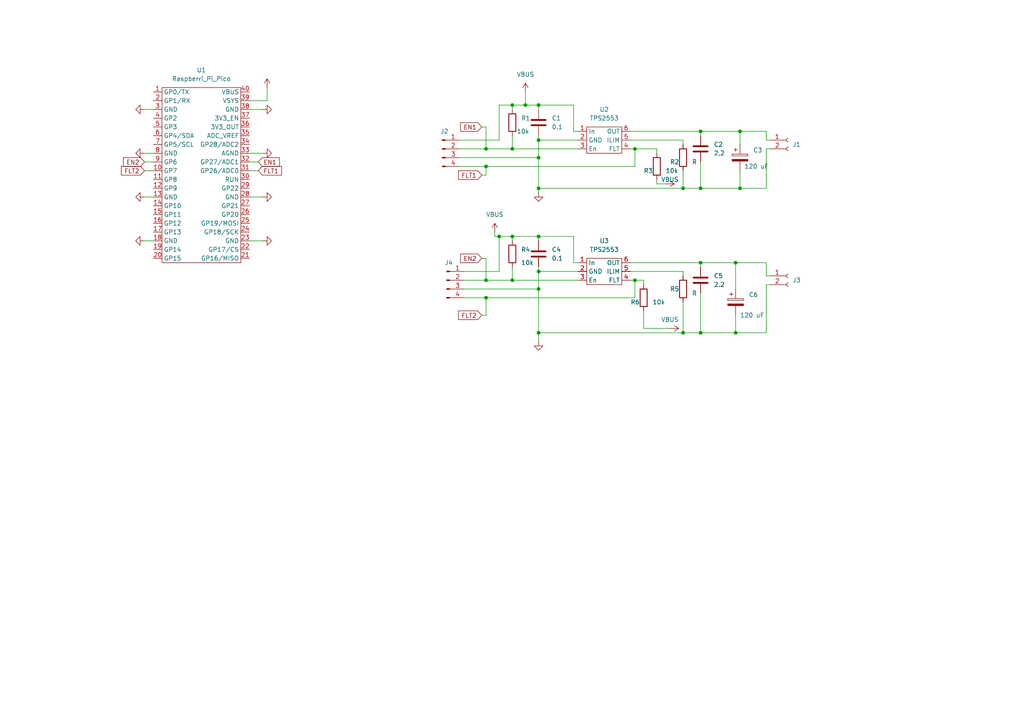
<source format=kicad_sch>
(kicad_sch (version 20211123) (generator eeschema)
  (paper "A4")
  (lib_symbols
    (symbol "Connector:Conn_01x02_Female" (pin_names (offset 1.016) hide)
      (property "Reference" "J" (at 0 2.54 0))
      (property "Value" "Conn_01x02_Female" (at 0 -5.08 0))
      (symbol "Conn_01x02_Female_1_1"
        (arc (start 0 -2.032) (mid -0.508 -2.54) (end 0 -3.048) (stroke (width 0.1524)))
        (polyline (pts (xy -1.27 -2.54) (xy -0.508 -2.54)) (stroke (width 0.1524)))
        (polyline (pts (xy -1.27 0) (xy -0.508 0)) (stroke (width 0.1524)))
        (arc (start 0 0.508) (mid -0.508 0) (end 0 -0.508) (stroke (width 0.1524)))
        (pin passive line (at -5.08 0 0) (length 3.81) (name "Pin_1") (number "1"))
        (pin passive line (at -5.08 -2.54 0) (length 3.81) (name "Pin_2") (number "2"))
      )
    )
    (symbol "Connector:Conn_01x04_Male" (pin_names (offset 1.016) hide)
      (property "Reference" "J" (at 0 5.08 0))
      (property "Value" "Conn_01x04_Male" (at 0 -7.62 0))
      (symbol "Conn_01x04_Male_1_1"
        (polyline (pts (xy 1.27 -5.08) (xy 0.8636 -5.08)) (stroke (width 0.1524)))
        (polyline (pts (xy 1.27 -2.54) (xy 0.8636 -2.54)) (stroke (width 0.1524)))
        (polyline (pts (xy 1.27 0) (xy 0.8636 0)) (stroke (width 0.1524)))
        (polyline (pts (xy 1.27 2.54) (xy 0.8636 2.54)) (stroke (width 0.1524)))
        (rectangle (start 0.8636 -4.953) (end 0 -5.207) (stroke (width 0.1524)) (fill (type outline)))
        (rectangle (start 0.8636 -2.413) (end 0 -2.667) (stroke (width 0.1524)) (fill (type outline)))
        (rectangle (start 0.8636 0.127) (end 0 -0.127) (stroke (width 0.1524)) (fill (type outline)))
        (rectangle (start 0.8636 2.667) (end 0 2.413) (stroke (width 0.1524)) (fill (type outline)))
        (pin passive line (at 5.08 2.54 180) (length 3.81) (name "Pin_1") (number "1"))
        (pin passive line (at 5.08 0 180) (length 3.81) (name "Pin_2") (number "2"))
        (pin passive line (at 5.08 -2.54 180) (length 3.81) (name "Pin_3") (number "3"))
        (pin passive line (at 5.08 -5.08 180) (length 3.81) (name "Pin_4") (number "4"))
      )
    )
    (symbol "Device:C" (pin_numbers hide) (pin_names (offset 0.254))
      (property "Reference" "C" (at 0.635 2.54 0))
      (property "Value" "C" (at 0.635 -2.54 0))
      (symbol "C_0_1"
        (polyline (pts (xy -2.032 -0.762) (xy 2.032 -0.762)) (stroke (width 0.508)))
        (polyline (pts (xy -2.032 0.762) (xy 2.032 0.762)) (stroke (width 0.508)))
      )
      (symbol "C_1_1"
        (pin passive line (at 0 3.81 270) (length 2.794) (name "~") (number "1"))
        (pin passive line (at 0 -3.81 90) (length 2.794) (name "~") (number "2"))
      )
    )
    (symbol "Device:C_Polarized" (pin_numbers hide) (pin_names (offset 0.254))
      (property "Reference" "C" (at 0.635 2.54 0))
      (property "Value" "C_Polarized" (at 0.635 -2.54 0))
      (symbol "C_Polarized_0_1"
        (rectangle (start -2.286 0.508) (end 2.286 1.016))
        (polyline (pts (xy -1.778 2.286) (xy -0.762 2.286)))
        (polyline (pts (xy -1.27 2.794) (xy -1.27 1.778)))
        (rectangle (start 2.286 -0.508) (end -2.286 -1.016) (fill (type outline)))
      )
      (symbol "C_Polarized_1_1"
        (pin passive line (at 0 3.81 270) (length 2.794) (name "~") (number "1"))
        (pin passive line (at 0 -3.81 90) (length 2.794) (name "~") (number "2"))
      )
    )
    (symbol "Device:R" (pin_numbers hide) (pin_names (offset 0))
      (property "Reference" "R" (at 2.032 0 90))
      (property "Value" "R" (at 0 0 90))
      (symbol "R_0_1"
        (rectangle (start -1.016 -2.54) (end 1.016 2.54) (stroke (width 0.254)))
      )
      (symbol "R_1_1"
        (pin passive line (at 0 3.81 270) (length 1.27) (name "~") (number "1"))
        (pin passive line (at 0 -3.81 90) (length 1.27) (name "~") (number "2"))
      )
    )
    (symbol "Shield_Emergent:Raspberri_Pi_Pico"
      (property "Reference" "U" (at 0 13.97 0))
      (property "Value" "Raspberri_Pi_Pico" (at 0 16.51 0))
      (symbol "Raspberri_Pi_Pico_0_1"
        (rectangle (start -11.43 12.7) (end 11.43 -38.1))
      )
      (symbol "Raspberri_Pi_Pico_1_1"
        (pin output line (at -13.97 11.43 0) (length 2.54) (name "GP0/TX") (number "1"))
        (pin bidirectional line (at -13.97 -11.43 0) (length 2.54) (name "GP7") (number "10"))
        (pin bidirectional line (at -13.97 -13.97 0) (length 2.54) (name "GP8") (number "11"))
        (pin bidirectional line (at -13.97 -16.51 0) (length 2.54) (name "GP9") (number "12"))
        (pin power_in line (at -13.97 -19.05 0) (length 2.54) (name "GND") (number "13"))
        (pin bidirectional line (at -13.97 -21.59 0) (length 2.54) (name "GP10") (number "14"))
        (pin bidirectional line (at -13.97 -24.13 0) (length 2.54) (name "GP11") (number "15"))
        (pin bidirectional line (at -13.97 -26.67 0) (length 2.54) (name "GP12") (number "16"))
        (pin bidirectional line (at -13.97 -29.21 0) (length 2.54) (name "GP13") (number "17"))
        (pin power_in line (at -13.97 -31.75 0) (length 2.54) (name "GND") (number "18"))
        (pin bidirectional line (at -13.97 -34.29 0) (length 2.54) (name "GP14") (number "19"))
        (pin input line (at -13.97 8.89 0) (length 2.54) (name "GP1/RX") (number "2"))
        (pin bidirectional line (at -13.97 -36.83 0) (length 2.54) (name "GP15") (number "20"))
        (pin input line (at 13.97 -36.83 180) (length 2.54) (name "GP16/MISO") (number "21"))
        (pin output line (at 13.97 -34.29 180) (length 2.54) (name "GP17/CS") (number "22"))
        (pin power_in line (at 13.97 -31.75 180) (length 2.54) (name "GND") (number "23"))
        (pin bidirectional line (at 13.97 -29.21 180) (length 2.54) (name "GP18/SCK") (number "24"))
        (pin bidirectional line (at 13.97 -26.67 180) (length 2.54) (name "GP19/MOSI") (number "25"))
        (pin bidirectional line (at 13.97 -24.13 180) (length 2.54) (name "GP20") (number "26"))
        (pin bidirectional line (at 13.97 -21.59 180) (length 2.54) (name "GP21") (number "27"))
        (pin power_in line (at 13.97 -19.05 180) (length 2.54) (name "GND") (number "28"))
        (pin bidirectional line (at 13.97 -16.51 180) (length 2.54) (name "GP22") (number "29"))
        (pin power_in line (at -13.97 6.35 0) (length 2.54) (name "GND") (number "3"))
        (pin bidirectional line (at 13.97 -13.97 180) (length 2.54) (name "RUN") (number "30"))
        (pin input line (at 13.97 -11.43 180) (length 2.54) (name "GP26/ADC0") (number "31"))
        (pin input line (at 13.97 -8.89 180) (length 2.54) (name "GP27/ADC1") (number "32"))
        (pin power_in line (at 13.97 -6.35 180) (length 2.54) (name "AGND") (number "33"))
        (pin input line (at 13.97 -3.81 180) (length 2.54) (name "GP28/ADC2") (number "34"))
        (pin input line (at 13.97 -1.27 180) (length 2.54) (name "ADC_VREF") (number "35"))
        (pin power_out line (at 13.97 1.27 180) (length 2.54) (name "3V3_OUT") (number "36"))
        (pin input line (at 13.97 3.81 180) (length 2.54) (name "3V3_EN") (number "37"))
        (pin power_in line (at 13.97 6.35 180) (length 2.54) (name "GND") (number "38"))
        (pin power_in line (at 13.97 8.89 180) (length 2.54) (name "VSYS") (number "39"))
        (pin bidirectional line (at -13.97 3.81 0) (length 2.54) (name "GP2") (number "4"))
        (pin power_in line (at 13.97 11.43 180) (length 2.54) (name "VBUS") (number "40"))
        (pin bidirectional line (at -13.97 1.27 0) (length 2.54) (name "GP3") (number "5"))
        (pin bidirectional line (at -13.97 -1.27 0) (length 2.54) (name "GP4/SDA") (number "6"))
        (pin bidirectional line (at -13.97 -3.81 0) (length 2.54) (name "GP5/SCL") (number "7"))
        (pin power_in line (at -13.97 -6.35 0) (length 2.54) (name "GND") (number "8"))
        (pin bidirectional line (at -13.97 -8.89 0) (length 2.54) (name "GP6") (number "9"))
      )
    )
    (symbol "Shield_Emergent:TPS2553"
      (property "Reference" "U" (at 0 7.62 0))
      (property "Value" "TPS2553" (at 0 5.08 0))
      (symbol "TPS2553_0_1"
        (rectangle (start -5.08 3.81) (end 5.08 -3.81))
      )
      (symbol "TPS2553_1_1"
        (pin power_in line (at -7.62 2.54 0) (length 2.54) (name "In") (number "1"))
        (pin power_in line (at -7.62 0 0) (length 2.54) (name "GND") (number "2"))
        (pin input line (at -7.62 -2.54 0) (length 2.54) (name "En") (number "3"))
        (pin open_collector line (at 7.62 -2.54 180) (length 2.54) (name "FLT") (number "4"))
        (pin input line (at 7.62 0 180) (length 2.54) (name "ILIM") (number "5"))
        (pin power_out line (at 7.62 2.54 180) (length 2.54) (name "OUT") (number "6"))
      )
    )
    (symbol "power:GND" (power) (pin_names (offset 0))
      (property "Value" "GND" (at 0 -3.81 0))
      (symbol "GND_0_1"
        (polyline (pts (xy 0 0) (xy 0 -1.27) (xy 1.27 -1.27) (xy 0 -2.54) (xy -1.27 -1.27) (xy 0 -1.27)))
      )
      (symbol "GND_1_1"
        (pin power_in line (at 0 0 270) (length 0) hide (name "GND") (number "1"))
      )
    )
    (symbol "power:VBUS" (power) (pin_names (offset 0))
      (property "Value" "VBUS" (at 0 3.81 0))
      (symbol "VBUS_0_1"
        (polyline (pts (xy -0.762 1.27) (xy 0 2.54)))
        (polyline (pts (xy 0 0) (xy 0 2.54)))
        (polyline (pts (xy 0 2.54) (xy 0.762 1.27)))
      )
      (symbol "VBUS_1_1"
        (pin power_in line (at 0 0 90) (length 0) hide (name "VBUS") (number "1"))
      )
    )
  )
  (junction (at 156.21 30.48))
  (junction (at 140.97 86.36))
  (junction (at 148.59 30.48))
  (junction (at 148.59 81.28))
  (junction (at 203.2 96.52))
  (junction (at 156.21 40.64))
  (junction (at 140.97 43.18))
  (junction (at 213.36 96.52))
  (junction (at 213.36 76.2))
  (junction (at 156.21 83.82))
  (junction (at 184.15 81.28))
  (junction (at 198.12 54.61))
  (junction (at 184.15 43.18))
  (junction (at 203.2 54.61))
  (junction (at 148.59 43.18))
  (junction (at 156.21 96.52))
  (junction (at 152.4 30.48))
  (junction (at 156.21 54.61))
  (junction (at 198.12 96.52))
  (junction (at 214.63 38.1))
  (junction (at 140.97 48.26))
  (junction (at 203.2 76.2))
  (junction (at 156.21 78.74))
  (junction (at 203.2 38.1))
  (junction (at 148.59 68.58))
  (junction (at 144.78 68.58))
  (junction (at 140.97 81.28))
  (junction (at 156.21 45.72))
  (junction (at 156.21 68.58))
  (junction (at 214.63 54.61))
  (wire (pts (xy 148.59 30.48) (xy 152.4 30.48)))
  (wire (pts (xy 139.7 74.93) (xy 140.97 74.93)))
  (wire (pts (xy 156.21 54.61) (xy 198.12 54.61)))
  (wire (pts (xy 203.2 96.52) (xy 203.2 85.09)))
  (wire (pts (xy 140.97 91.44) (xy 140.97 86.36)))
  (wire (pts (xy 148.59 81.28) (xy 167.64 81.28)))
  (wire (pts (xy 140.97 48.26) (xy 133.35 48.26)))
  (wire (pts (xy 222.25 43.18) (xy 222.25 54.61)))
  (wire (pts (xy 203.2 96.52) (xy 198.12 96.52)))
  (wire (pts (xy 198.12 40.64) (xy 198.12 41.91)))
  (wire (pts (xy 144.78 40.64) (xy 133.35 40.64)))
  (wire (pts (xy 214.63 54.61) (xy 222.25 54.61)))
  (wire (pts (xy 139.7 36.83) (xy 140.97 36.83)))
  (wire (pts (xy 77.47 25.4) (xy 77.47 29.21)))
  (wire (pts (xy 152.4 30.48) (xy 156.21 30.48)))
  (wire (pts (xy 184.15 48.26) (xy 140.97 48.26)))
  (wire (pts (xy 156.21 39.37) (xy 156.21 40.64)))
  (wire (pts (xy 198.12 87.63) (xy 198.12 96.52)))
  (wire (pts (xy 198.12 49.53) (xy 198.12 54.61)))
  (wire (pts (xy 156.21 78.74) (xy 156.21 83.82)))
  (wire (pts (xy 140.97 50.8) (xy 140.97 48.26)))
  (wire (pts (xy 156.21 40.64) (xy 156.21 45.72)))
  (wire (pts (xy 222.25 82.55) (xy 222.25 96.52)))
  (wire (pts (xy 76.2 69.85) (xy 72.39 69.85)))
  (wire (pts (xy 140.97 43.18) (xy 148.59 43.18)))
  (wire (pts (xy 156.21 77.47) (xy 156.21 78.74)))
  (wire (pts (xy 76.2 31.75) (xy 72.39 31.75)))
  (wire (pts (xy 222.25 38.1) (xy 214.63 38.1)))
  (wire (pts (xy 184.15 81.28) (xy 184.15 86.36)))
  (wire (pts (xy 203.2 96.52) (xy 213.36 96.52)))
  (wire (pts (xy 182.88 40.64) (xy 198.12 40.64)))
  (wire (pts (xy 144.78 68.58) (xy 144.78 78.74)))
  (wire (pts (xy 184.15 43.18) (xy 190.5 43.18)))
  (wire (pts (xy 156.21 31.75) (xy 156.21 30.48)))
  (wire (pts (xy 186.69 95.25) (xy 194.31 95.25)))
  (wire (pts (xy 148.59 69.85) (xy 148.59 68.58)))
  (wire (pts (xy 140.97 81.28) (xy 148.59 81.28)))
  (wire (pts (xy 182.88 81.28) (xy 184.15 81.28)))
  (wire (pts (xy 166.37 76.2) (xy 166.37 68.58)))
  (wire (pts (xy 140.97 86.36) (xy 134.62 86.36)))
  (wire (pts (xy 166.37 38.1) (xy 167.64 38.1)))
  (wire (pts (xy 214.63 38.1) (xy 214.63 41.91)))
  (wire (pts (xy 203.2 39.37) (xy 203.2 38.1)))
  (wire (pts (xy 134.62 81.28) (xy 140.97 81.28)))
  (wire (pts (xy 77.47 29.21) (xy 72.39 29.21)))
  (wire (pts (xy 72.39 46.99) (xy 74.93 46.99)))
  (wire (pts (xy 156.21 68.58) (xy 156.21 69.85)))
  (wire (pts (xy 148.59 68.58) (xy 156.21 68.58)))
  (wire (pts (xy 184.15 43.18) (xy 184.15 48.26)))
  (wire (pts (xy 184.15 86.36) (xy 140.97 86.36)))
  (wire (pts (xy 182.88 76.2) (xy 203.2 76.2)))
  (wire (pts (xy 156.21 96.52) (xy 156.21 83.82)))
  (wire (pts (xy 156.21 96.52) (xy 156.21 99.06)))
  (wire (pts (xy 156.21 40.64) (xy 167.64 40.64)))
  (wire (pts (xy 148.59 31.75) (xy 148.59 30.48)))
  (wire (pts (xy 156.21 54.61) (xy 156.21 55.88)))
  (wire (pts (xy 190.5 43.18) (xy 190.5 44.45)))
  (wire (pts (xy 148.59 43.18) (xy 167.64 43.18)))
  (wire (pts (xy 184.15 81.28) (xy 186.69 81.28)))
  (wire (pts (xy 139.7 91.44) (xy 140.97 91.44)))
  (wire (pts (xy 156.21 96.52) (xy 198.12 96.52)))
  (wire (pts (xy 223.52 82.55) (xy 222.25 82.55)))
  (wire (pts (xy 203.2 46.99) (xy 203.2 54.61)))
  (wire (pts (xy 140.97 74.93) (xy 140.97 81.28)))
  (wire (pts (xy 139.7 50.8) (xy 140.97 50.8)))
  (wire (pts (xy 144.78 30.48) (xy 144.78 40.64)))
  (wire (pts (xy 186.69 90.17) (xy 186.69 95.25)))
  (wire (pts (xy 148.59 77.47) (xy 148.59 81.28)))
  (wire (pts (xy 144.78 68.58) (xy 148.59 68.58)))
  (wire (pts (xy 213.36 96.52) (xy 222.25 96.52)))
  (wire (pts (xy 222.25 80.01) (xy 222.25 76.2)))
  (wire (pts (xy 167.64 76.2) (xy 166.37 76.2)))
  (wire (pts (xy 182.88 43.18) (xy 184.15 43.18)))
  (wire (pts (xy 213.36 91.44) (xy 213.36 96.52)))
  (wire (pts (xy 144.78 30.48) (xy 148.59 30.48)))
  (wire (pts (xy 166.37 30.48) (xy 166.37 38.1)))
  (wire (pts (xy 182.88 78.74) (xy 198.12 78.74)))
  (wire (pts (xy 140.97 36.83) (xy 140.97 43.18)))
  (wire (pts (xy 156.21 54.61) (xy 156.21 45.72)))
  (wire (pts (xy 41.91 44.45) (xy 44.45 44.45)))
  (wire (pts (xy 203.2 76.2) (xy 213.36 76.2)))
  (wire (pts (xy 213.36 76.2) (xy 222.25 76.2)))
  (wire (pts (xy 143.51 68.58) (xy 144.78 68.58)))
  (wire (pts (xy 152.4 26.67) (xy 152.4 30.48)))
  (wire (pts (xy 203.2 54.61) (xy 198.12 54.61)))
  (wire (pts (xy 76.2 57.15) (xy 72.39 57.15)))
  (wire (pts (xy 156.21 78.74) (xy 167.64 78.74)))
  (wire (pts (xy 41.91 31.75) (xy 44.45 31.75)))
  (wire (pts (xy 203.2 54.61) (xy 214.63 54.61)))
  (wire (pts (xy 166.37 68.58) (xy 156.21 68.58)))
  (wire (pts (xy 186.69 81.28) (xy 186.69 82.55)))
  (wire (pts (xy 223.52 40.64) (xy 222.25 40.64)))
  (wire (pts (xy 222.25 40.64) (xy 222.25 38.1)))
  (wire (pts (xy 214.63 38.1) (xy 203.2 38.1)))
  (wire (pts (xy 41.91 49.53) (xy 44.45 49.53)))
  (wire (pts (xy 76.2 44.45) (xy 72.39 44.45)))
  (wire (pts (xy 213.36 76.2) (xy 213.36 83.82)))
  (wire (pts (xy 41.91 69.85) (xy 44.45 69.85)))
  (wire (pts (xy 182.88 38.1) (xy 203.2 38.1)))
  (wire (pts (xy 72.39 49.53) (xy 74.93 49.53)))
  (wire (pts (xy 134.62 83.82) (xy 156.21 83.82)))
  (wire (pts (xy 133.35 45.72) (xy 156.21 45.72)))
  (wire (pts (xy 193.04 53.34) (xy 190.5 53.34)))
  (wire (pts (xy 223.52 80.01) (xy 222.25 80.01)))
  (wire (pts (xy 203.2 77.47) (xy 203.2 76.2)))
  (wire (pts (xy 41.91 57.15) (xy 44.45 57.15)))
  (wire (pts (xy 41.91 46.99) (xy 44.45 46.99)))
  (wire (pts (xy 156.21 30.48) (xy 166.37 30.48)))
  (wire (pts (xy 133.35 43.18) (xy 140.97 43.18)))
  (wire (pts (xy 148.59 39.37) (xy 148.59 43.18)))
  (wire (pts (xy 214.63 49.53) (xy 214.63 54.61)))
  (wire (pts (xy 190.5 53.34) (xy 190.5 52.07)))
  (wire (pts (xy 222.25 43.18) (xy 223.52 43.18)))
  (wire (pts (xy 143.51 67.31) (xy 143.51 68.58)))
  (wire (pts (xy 134.62 78.74) (xy 144.78 78.74)))
  (wire (pts (xy 198.12 78.74) (xy 198.12 80.01)))
  (global_label "EN2" (shape input) (at 139.7 74.93 180) (property "Intersheet References" "${INTERSHEET_REFS}" (effects hide)))
  (global_label "EN1" (shape input) (at 74.93 46.99 0) (property "Intersheet References" "${INTERSHEET_REFS}" (effects hide)))
  (global_label "FLT1" (shape input) (at 74.93 49.53 0) (property "Intersheet References" "${INTERSHEET_REFS}" (effects hide)))
  (global_label "FLT2" (shape input) (at 139.7 91.44 180) (property "Intersheet References" "${INTERSHEET_REFS}" (effects hide)))
  (global_label "EN1" (shape input) (at 139.7 36.83 180) (property "Intersheet References" "${INTERSHEET_REFS}" (effects hide)))
  (global_label "FLT1" (shape input) (at 139.7 50.8 180) (property "Intersheet References" "${INTERSHEET_REFS}" (effects hide)))
  (global_label "FLT2" (shape input) (at 41.91 49.53 180) (property "Intersheet References" "${INTERSHEET_REFS}" (effects hide)))
  (global_label "EN2" (shape input) (at 41.91 46.99 180) (property "Intersheet References" "${INTERSHEET_REFS}" (effects hide)))
  (symbol (lib_id "Device:R") (at 198.12 83.82 0) (unit 1)
    (property "Reference" "R5" (at 194.31 83.82 0) (effects (justify left)))
    (property "Value" "R" (at 200.66 85.0899 0) (effects (justify left)))
    (property "Footprint" "Resistor_SMD:R_0603_1608Metric_Pad0.98x0.95mm_HandSolder" (effects hide))
  )
  (symbol (lib_id "Connector:Conn_01x04_Male") (at 128.27 43.18 0) (unit 1)
    (property "Reference" "J2" (at 128.905 38.1 0))
    (property "Value" "Conn_01x04_Male" (effects hide))
    (property "Footprint" "Connector_PinSocket_2.54mm:PinSocket_1x04_P2.54mm_Vertical" (effects hide))
  )
  (symbol (lib_id "Device:R") (at 190.5 48.26 0) (unit 1)
    (property "Reference" "R3" (at 186.69 49.53 0) (effects (justify left)))
    (property "Value" "10k" (at 193.04 49.5299 0) (effects (justify left)))
    (property "Footprint" "Resistor_SMD:R_0603_1608Metric_Pad0.98x0.95mm_HandSolder" (effects hide))
  )
  (symbol (lib_id "power:GND") (at 41.91 69.85 270) (unit 1)
    (property "Reference" "#PWR012" (effects hide))
    (property "Value" "GND" (effects hide))
  )
  (symbol (lib_id "power:GND") (at 76.2 44.45 90) (unit 1)
    (property "Reference" "#PWR06" (effects hide))
    (property "Value" "GND" (effects hide))
  )
  (symbol (lib_id "power:GND") (at 156.21 55.88 0) (unit 1)
    (property "Reference" "#PWR08" (effects hide))
    (property "Value" "GND" (effects hide))
  )
  (symbol (lib_id "power:VBUS") (at 194.31 95.25 270) (unit 1)
    (property "Reference" "#PWR014" (effects hide))
    (property "Value" "VBUS" (at 194.31 92.71 90))
  )
  (symbol (lib_id "Device:C") (at 156.21 73.66 0) (unit 1)
    (property "Reference" "C4" (at 160.02 72.3899 0) (effects (justify left)))
    (property "Value" "0.1" (at 160.02 74.9299 0) (effects (justify left)))
    (property "Footprint" "Capacitor_SMD:C_0603_1608Metric_Pad1.08x0.95mm_HandSolder" (effects hide))
  )
  (symbol (lib_id "Connector:Conn_01x02_Female") (at 228.6 80.01 0) (unit 1)
    (property "Reference" "J3" (at 229.87 81.2799 0) (effects (justify left)))
    (property "Value" "Conn_01x02_Female" (effects hide))
    (property "Footprint" "Connector_PinSocket_2.54mm:PinSocket_1x02_P2.54mm_Vertical" (effects hide))
  )
  (symbol (lib_id "Device:C") (at 203.2 81.28 0) (unit 1)
    (property "Reference" "C5" (at 207.01 80.0099 0) (effects (justify left)))
    (property "Value" "2.2" (at 207.01 82.5499 0) (effects (justify left)))
    (property "Footprint" "Capacitor_SMD:C_0603_1608Metric_Pad1.08x0.95mm_HandSolder" (effects hide))
  )
  (symbol (lib_id "power:VBUS") (at 77.47 25.4 0) (unit 1)
    (property "Reference" "#PWR01" (effects hide))
    (property "Value" "VBUS" (effects hide))
  )
  (symbol (lib_id "power:GND") (at 41.91 57.15 270) (unit 1)
    (property "Reference" "#PWR09" (effects hide))
    (property "Value" "GND" (effects hide))
  )
  (symbol (lib_id "power:GND") (at 76.2 69.85 90) (unit 1)
    (property "Reference" "#PWR013" (effects hide))
    (property "Value" "GND" (effects hide))
  )
  (symbol (lib_id "power:GND") (at 156.21 99.06 0) (unit 1)
    (property "Reference" "#PWR015" (effects hide))
    (property "Value" "GND" (effects hide))
  )
  (symbol (lib_id "power:VBUS") (at 143.51 67.31 0) (unit 1)
    (property "Reference" "#PWR011" (effects hide))
    (property "Value" "VBUS" (at 143.51 62.23 0))
  )
  (symbol (lib_id "Shield_Emergent:Raspberri_Pi_Pico") (at 58.42 38.1 0) (unit 1)
    (property "Reference" "U1" (at 58.42 20.32 0))
    (property "Value" "Raspberri_Pi_Pico" (at 58.42 22.86 0))
    (property "Footprint" "Shield_Emergent:Raspberry Pi Pico" (effects hide))
  )
  (symbol (lib_id "Device:C_Polarized") (at 214.63 45.72 0) (unit 1)
    (property "Reference" "C3" (at 218.44 43.5609 0) (effects (justify left)))
    (property "Value" "120 uF" (at 215.9 48.26 0) (effects (justify left)))
    (property "Footprint" "Capacitor_THT:CP_Radial_D6.3mm_P2.50mm" (effects hide))
  )
  (symbol (lib_id "Device:R") (at 148.59 35.56 0) (unit 1)
    (property "Reference" "R1" (at 151.13 34.2899 0) (effects (justify left)))
    (property "Value" "10k" (at 149.86 38.1 0) (effects (justify left)))
    (property "Footprint" "Resistor_SMD:R_0603_1608Metric_Pad0.98x0.95mm_HandSolder" (effects hide))
  )
  (symbol (lib_id "Shield_Emergent:TPS2553") (at 175.26 78.74 0) (unit 1)
    (property "Reference" "U3" (at 175.26 69.85 0))
    (property "Value" "TPS2553" (at 175.26 72.39 0))
    (property "Footprint" "Package_TO_SOT_SMD:SOT-23-6_Handsoldering" (effects hide))
  )
  (symbol (lib_id "power:GND") (at 76.2 31.75 90) (unit 1)
    (property "Reference" "#PWR04" (effects hide))
    (property "Value" "GND" (effects hide))
  )
  (symbol (lib_id "power:GND") (at 76.2 57.15 90) (unit 1)
    (property "Reference" "#PWR010" (effects hide))
    (property "Value" "GND" (effects hide))
  )
  (symbol (lib_id "Device:R") (at 148.59 73.66 0) (unit 1)
    (property "Reference" "R4" (at 151.13 72.3899 0) (effects (justify left)))
    (property "Value" "10k" (at 151.13 76.2 0) (effects (justify left)))
    (property "Footprint" "Resistor_SMD:R_0603_1608Metric_Pad0.98x0.95mm_HandSolder" (effects hide))
  )
  (symbol (lib_id "power:VBUS") (at 152.4 26.67 0) (unit 1)
    (property "Reference" "#PWR02" (effects hide))
    (property "Value" "VBUS" (at 152.4 21.59 0))
  )
  (symbol (lib_id "Connector:Conn_01x02_Female") (at 228.6 40.64 0) (unit 1)
    (property "Reference" "J1" (at 229.87 41.9099 0) (effects (justify left)))
    (property "Value" "Conn_01x02_Female" (effects hide))
    (property "Footprint" "Connector_PinSocket_2.54mm:PinSocket_1x02_P2.54mm_Vertical" (effects hide))
  )
  (symbol (lib_id "Device:R") (at 198.12 45.72 0) (unit 1)
    (property "Reference" "R2" (at 194.31 46.99 0) (effects (justify left)))
    (property "Value" "R" (at 200.66 46.9899 0) (effects (justify left)))
    (property "Footprint" "Resistor_SMD:R_0603_1608Metric_Pad0.98x0.95mm_HandSolder" (effects hide))
  )
  (symbol (lib_id "Device:C") (at 156.21 35.56 0) (unit 1)
    (property "Reference" "C1" (at 160.02 34.2899 0) (effects (justify left)))
    (property "Value" "0.1" (at 160.02 36.8299 0) (effects (justify left)))
    (property "Footprint" "Capacitor_SMD:C_0603_1608Metric_Pad1.08x0.95mm_HandSolder" (effects hide))
  )
  (symbol (lib_id "power:GND") (at 41.91 31.75 270) (unit 1)
    (property "Reference" "#PWR03" (effects hide))
    (property "Value" "GND" (effects hide))
  )
  (symbol (lib_id "Device:C_Polarized") (at 213.36 87.63 0) (unit 1)
    (property "Reference" "C6" (at 217.17 85.4709 0) (effects (justify left)))
    (property "Value" "120 uF" (at 214.63 91.44 0) (effects (justify left)))
    (property "Footprint" "Capacitor_THT:CP_Radial_D6.3mm_P2.50mm" (effects hide))
  )
  (symbol (lib_id "power:VBUS") (at 193.04 53.34 270) (unit 1)
    (property "Reference" "#PWR07" (effects hide))
    (property "Value" "VBUS" (at 194.31 52.07 90))
  )
  (symbol (lib_id "power:GND") (at 41.91 44.45 270) (unit 1)
    (property "Reference" "#PWR05" (effects hide))
    (property "Value" "GND" (effects hide))
  )
  (symbol (lib_id "Device:R") (at 186.69 86.36 0) (unit 1)
    (property "Reference" "R6" (at 182.88 87.63 0) (effects (justify left)))
    (property "Value" "10k" (at 189.23 87.6299 0) (effects (justify left)))
    (property "Footprint" "Resistor_SMD:R_0603_1608Metric_Pad0.98x0.95mm_HandSolder" (effects hide))
  )
  (symbol (lib_id "Connector:Conn_01x04_Male") (at 129.54 81.28 0) (unit 1)
    (property "Reference" "J4" (at 130.175 76.2 0))
    (property "Value" "Conn_01x04_Male" (effects hide))
    (property "Footprint" "Connector_PinSocket_2.54mm:PinSocket_1x04_P2.54mm_Vertical" (effects hide))
  )
  (symbol (lib_id "Device:C") (at 203.2 43.18 0) (unit 1)
    (property "Reference" "C2" (at 207.01 41.9099 0) (effects (justify left)))
    (property "Value" "2.2" (at 207.01 44.4499 0) (effects (justify left)))
    (property "Footprint" "Capacitor_SMD:C_0603_1608Metric_Pad1.08x0.95mm_HandSolder" (effects hide))
  )
  (symbol (lib_id "Shield_Emergent:TPS2553") (at 175.26 40.64 0) (unit 1)
    (property "Reference" "U2" (at 175.26 31.75 0))
    (property "Value" "TPS2553" (at 175.26 34.29 0))
    (property "Footprint" "Package_TO_SOT_SMD:SOT-23-6_Handsoldering" (effects hide))
  )
)
</source>
